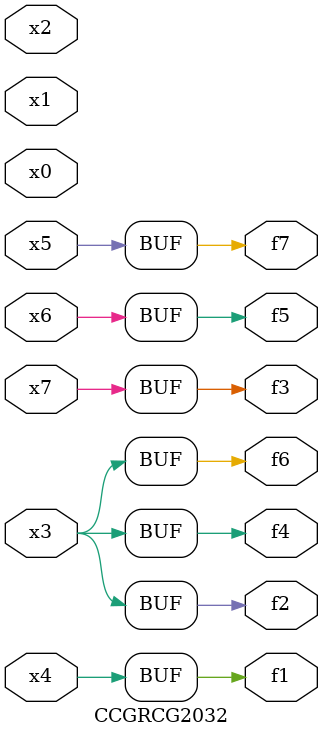
<source format=v>
module CCGRCG2032(
	input x0, x1, x2, x3, x4, x5, x6, x7,
	output f1, f2, f3, f4, f5, f6, f7
);
	assign f1 = x4;
	assign f2 = x3;
	assign f3 = x7;
	assign f4 = x3;
	assign f5 = x6;
	assign f6 = x3;
	assign f7 = x5;
endmodule

</source>
